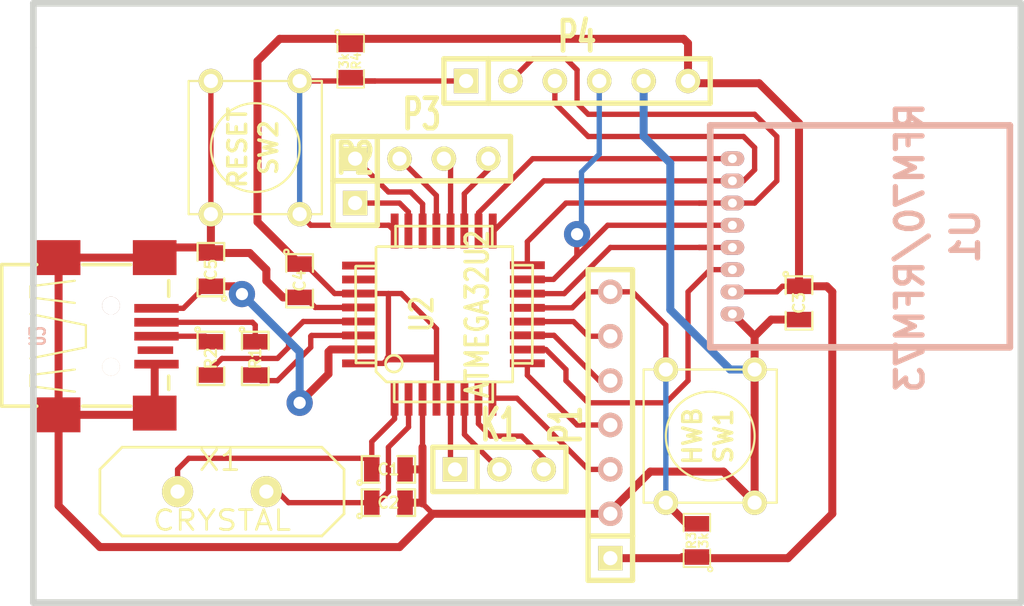
<source format=kicad_pcb>
(kicad_pcb (version 3) (host pcbnew "(2013-jul-07)-stable")

  (general
    (links 66)
    (no_connects 0)
    (area 67.053459 42.989499 125.920501 77.660501)
    (thickness 1.6002)
    (drawings 6)
    (tracks 243)
    (zones 0)
    (modules 20)
    (nets 30)
  )

  (page A4)
  (layers
    (15 Gorna signal)
    (0 Dolna signal)
    (16 B.Adhes user)
    (17 F.Adhes user)
    (18 B.Paste user)
    (19 F.Paste user)
    (20 B.SilkS user)
    (21 F.SilkS user)
    (22 B.Mask user)
    (23 F.Mask user)
    (24 Dwgs.User user)
    (25 Cmts.User user)
    (26 Eco1.User user)
    (27 Eco2.User user)
    (28 Edge.Cuts user)
  )

  (setup
    (last_trace_width 0.2032)
    (user_trace_width 0.3048)
    (user_trace_width 0.4572)
    (user_trace_width 0.50038)
    (trace_clearance 0.254)
    (zone_clearance 0.508)
    (zone_45_only no)
    (trace_min 0.2032)
    (segment_width 0.381)
    (edge_width 0.381)
    (via_size 0.889)
    (via_drill 0.635)
    (via_min_size 0.889)
    (via_min_drill 0.508)
    (user_via 1.50114 0.70104)
    (uvia_size 0.508)
    (uvia_drill 0.127)
    (uvias_allowed no)
    (uvia_min_size 0.508)
    (uvia_min_drill 0.127)
    (pcb_text_width 0.3048)
    (pcb_text_size 1.524 2.032)
    (mod_edge_width 0.381)
    (mod_text_size 1.524 1.524)
    (mod_text_width 0.3048)
    (pad_size 1.524 1.524)
    (pad_drill 0.8128)
    (pad_to_mask_clearance 0.254)
    (aux_axis_origin 0 0)
    (visible_elements 7FFFFFFF)
    (pcbplotparams
      (layerselection 3178497)
      (usegerberextensions true)
      (excludeedgelayer true)
      (linewidth 0.150000)
      (plotframeref false)
      (viasonmask false)
      (mode 1)
      (useauxorigin false)
      (hpglpennumber 1)
      (hpglpenspeed 20)
      (hpglpendiameter 15)
      (hpglpenoverlay 0)
      (psnegative false)
      (psa4output false)
      (plotreference true)
      (plotvalue true)
      (plotothertext true)
      (plotinvisibletext false)
      (padsonsilk false)
      (subtractmaskfromsilk false)
      (outputformat 1)
      (mirror false)
      (drillshape 1)
      (scaleselection 1)
      (outputdirectory ""))
  )

  (net 0 "")
  (net 1 /MISO)
  (net 2 /MOSI)
  (net 3 /RESET)
  (net 4 /SCLK)
  (net 5 /VCC)
  (net 6 GND)
  (net 7 N-0000011)
  (net 8 N-0000012)
  (net 9 N-0000015)
  (net 10 N-0000016)
  (net 11 N-0000017)
  (net 12 N-0000018)
  (net 13 N-0000019)
  (net 14 N-000002)
  (net 15 N-0000020)
  (net 16 N-0000021)
  (net 17 N-0000023)
  (net 18 N-0000024)
  (net 19 N-0000025)
  (net 20 N-0000026)
  (net 21 N-0000027)
  (net 22 N-0000028)
  (net 23 N-0000029)
  (net 24 N-000003)
  (net 25 N-0000031)
  (net 26 N-000004)
  (net 27 N-000007)
  (net 28 N-000008)
  (net 29 N-000009)

  (net_class Default "To jest domyślna klasa połączeń."
    (clearance 0.254)
    (trace_width 0.2032)
    (via_dia 0.889)
    (via_drill 0.635)
    (uvia_dia 0.508)
    (uvia_drill 0.127)
    (add_net "")
    (add_net /MISO)
    (add_net /MOSI)
    (add_net /RESET)
    (add_net /SCLK)
    (add_net /VCC)
    (add_net GND)
    (add_net N-0000011)
    (add_net N-0000012)
    (add_net N-0000015)
    (add_net N-0000016)
    (add_net N-0000017)
    (add_net N-0000018)
    (add_net N-0000019)
    (add_net N-000002)
    (add_net N-0000020)
    (add_net N-0000021)
    (add_net N-0000023)
    (add_net N-0000024)
    (add_net N-0000025)
    (add_net N-0000026)
    (add_net N-0000027)
    (add_net N-0000028)
    (add_net N-0000029)
    (add_net N-000003)
    (add_net N-0000031)
    (add_net N-000004)
    (add_net N-000007)
    (add_net N-000008)
    (add_net N-000009)
  )

  (net_class s1 ""
    (clearance 0.254)
    (trace_width 0.50038)
    (via_dia 0.889)
    (via_drill 0.635)
    (uvia_dia 0.508)
    (uvia_drill 0.127)
  )

  (module TQFP32   placed (layer Gorna) (tedit 43A670DA) (tstamp 52595988)
    (at 92.71 60.96 90)
    (path /4CC88C50)
    (fp_text reference U2 (at 0 -1.27 90) (layer F.SilkS)
      (effects (font (size 1.27 1.016) (thickness 0.2032)))
    )
    (fp_text value ATMEGA32U2 (at 0 1.905 90) (layer F.SilkS)
      (effects (font (size 1.27 1.016) (thickness 0.2032)))
    )
    (fp_line (start 5.0292 2.7686) (end 3.8862 2.7686) (layer F.SilkS) (width 0.1524))
    (fp_line (start 5.0292 -2.7686) (end 3.9116 -2.7686) (layer F.SilkS) (width 0.1524))
    (fp_line (start 5.0292 2.7686) (end 5.0292 -2.7686) (layer F.SilkS) (width 0.1524))
    (fp_line (start 2.794 3.9624) (end 2.794 5.0546) (layer F.SilkS) (width 0.1524))
    (fp_line (start -2.8194 3.9878) (end -2.8194 5.0546) (layer F.SilkS) (width 0.1524))
    (fp_line (start -2.8448 5.0546) (end 2.794 5.08) (layer F.SilkS) (width 0.1524))
    (fp_line (start -2.794 -5.0292) (end 2.7178 -5.0546) (layer F.SilkS) (width 0.1524))
    (fp_line (start -3.8862 -3.2766) (end -3.8862 3.9116) (layer F.SilkS) (width 0.1524))
    (fp_line (start 2.7432 -5.0292) (end 2.7432 -3.9878) (layer F.SilkS) (width 0.1524))
    (fp_line (start -3.2512 -3.8862) (end 3.81 -3.8862) (layer F.SilkS) (width 0.1524))
    (fp_line (start 3.8608 3.937) (end 3.8608 -3.7846) (layer F.SilkS) (width 0.1524))
    (fp_line (start -3.8862 3.937) (end 3.7338 3.937) (layer F.SilkS) (width 0.1524))
    (fp_line (start -5.0292 -2.8448) (end -5.0292 2.794) (layer F.SilkS) (width 0.1524))
    (fp_line (start -5.0292 2.794) (end -3.8862 2.794) (layer F.SilkS) (width 0.1524))
    (fp_line (start -3.87604 -3.302) (end -3.29184 -3.8862) (layer F.SilkS) (width 0.1524))
    (fp_line (start -5.02412 -2.8448) (end -3.87604 -2.8448) (layer F.SilkS) (width 0.1524))
    (fp_line (start -2.794 -3.8862) (end -2.794 -5.03428) (layer F.SilkS) (width 0.1524))
    (fp_circle (center -2.83972 -2.86004) (end -2.43332 -2.60604) (layer F.SilkS) (width 0.1524))
    (pad 8 smd rect (at -4.81584 2.77622 90) (size 1.99898 0.44958)
      (layers Gorna F.Paste F.Mask)
      (net 14 N-000002)
    )
    (pad 7 smd rect (at -4.81584 1.97612 90) (size 1.99898 0.44958)
      (layers Gorna F.Paste F.Mask)
      (net 20 N-0000026)
    )
    (pad 6 smd rect (at -4.81584 1.17602 90) (size 1.99898 0.44958)
      (layers Gorna F.Paste F.Mask)
      (net 19 N-0000025)
    )
    (pad 5 smd rect (at -4.81584 0.37592 90) (size 1.99898 0.44958)
      (layers Gorna F.Paste F.Mask)
      (net 18 N-0000024)
    )
    (pad 4 smd rect (at -4.81584 -0.42418 90) (size 1.99898 0.44958)
      (layers Gorna F.Paste F.Mask)
      (net 5 /VCC)
    )
    (pad 3 smd rect (at -4.81584 -1.22428 90) (size 1.99898 0.44958)
      (layers Gorna F.Paste F.Mask)
      (net 6 GND)
    )
    (pad 2 smd rect (at -4.81584 -2.02438 90) (size 1.99898 0.44958)
      (layers Gorna F.Paste F.Mask)
      (net 23 N-0000029)
    )
    (pad 1 smd rect (at -4.81584 -2.82448 90) (size 1.99898 0.44958)
      (layers Gorna F.Paste F.Mask)
      (net 17 N-0000023)
    )
    (pad 24 smd rect (at 4.7498 -2.8194 90) (size 1.99898 0.44958)
      (layers Gorna F.Paste F.Mask)
      (net 3 /RESET)
    )
    (pad 17 smd rect (at 4.7498 2.794 90) (size 1.99898 0.44958)
      (layers Gorna F.Paste F.Mask)
      (net 1 /MISO)
    )
    (pad 18 smd rect (at 4.7498 1.9812 90) (size 1.99898 0.44958)
      (layers Gorna F.Paste F.Mask)
      (net 27 N-000007)
    )
    (pad 19 smd rect (at 4.7498 1.1684 90) (size 1.99898 0.44958)
      (layers Gorna F.Paste F.Mask)
      (net 10 N-0000016)
    )
    (pad 20 smd rect (at 4.7498 0.381 90) (size 1.99898 0.44958)
      (layers Gorna F.Paste F.Mask)
      (net 22 N-0000028)
    )
    (pad 21 smd rect (at 4.7498 -0.4318 90) (size 1.99898 0.44958)
      (layers Gorna F.Paste F.Mask)
      (net 28 N-000008)
    )
    (pad 22 smd rect (at 4.7498 -1.2192 90) (size 1.99898 0.44958)
      (layers Gorna F.Paste F.Mask)
      (net 29 N-000009)
    )
    (pad 23 smd rect (at 4.7498 -2.032 90) (size 1.99898 0.44958)
      (layers Gorna F.Paste F.Mask)
      (net 7 N-0000011)
    )
    (pad 32 smd rect (at -2.82448 -4.826 90) (size 0.44958 1.99898)
      (layers Gorna F.Paste F.Mask)
      (net 5 /VCC)
    )
    (pad 31 smd rect (at -2.02692 -4.826 90) (size 0.44958 1.99898)
      (layers Gorna F.Paste F.Mask)
      (net 12 N-0000018)
    )
    (pad 30 smd rect (at -1.22428 -4.826 90) (size 0.44958 1.99898)
      (layers Gorna F.Paste F.Mask)
      (net 13 N-0000019)
    )
    (pad 29 smd rect (at -0.42672 -4.826 90) (size 0.44958 1.99898)
      (layers Gorna F.Paste F.Mask)
      (net 11 N-0000017)
    )
    (pad 28 smd rect (at 0.37592 -4.826 90) (size 0.44958 1.99898)
      (layers Gorna F.Paste F.Mask)
      (net 6 GND)
    )
    (pad 27 smd rect (at 1.17348 -4.826 90) (size 0.44958 1.99898)
      (layers Gorna F.Paste F.Mask)
      (net 5 /VCC)
    )
    (pad 26 smd rect (at 1.97612 -4.826 90) (size 0.44958 1.99898)
      (layers Gorna F.Paste F.Mask)
    )
    (pad 25 smd rect (at 2.77368 -4.826 90) (size 0.44958 1.99898)
      (layers Gorna F.Paste F.Mask)
    )
    (pad 9 smd rect (at -2.8194 4.7752 90) (size 0.44958 1.99898)
      (layers Gorna F.Paste F.Mask)
      (net 24 N-000003)
    )
    (pad 10 smd rect (at -2.032 4.7752 90) (size 0.44958 1.99898)
      (layers Gorna F.Paste F.Mask)
      (net 21 N-0000027)
    )
    (pad 11 smd rect (at -1.2192 4.7752 90) (size 0.44958 1.99898)
      (layers Gorna F.Paste F.Mask)
      (net 9 N-0000015)
    )
    (pad 12 smd rect (at -0.4318 4.7752 90) (size 0.44958 1.99898)
      (layers Gorna F.Paste F.Mask)
      (net 26 N-000004)
    )
    (pad 13 smd rect (at 0.3556 4.7752 90) (size 0.44958 1.99898)
      (layers Gorna F.Paste F.Mask)
      (net 25 N-0000031)
    )
    (pad 14 smd rect (at 1.1684 4.7752 90) (size 0.44958 1.99898)
      (layers Gorna F.Paste F.Mask)
      (net 8 N-0000012)
    )
    (pad 15 smd rect (at 1.9812 4.7752 90) (size 0.44958 1.99898)
      (layers Gorna F.Paste F.Mask)
      (net 4 /SCLK)
    )
    (pad 16 smd rect (at 2.794 4.7752 90) (size 0.44958 1.99898)
      (layers Gorna F.Paste F.Mask)
      (net 2 /MOSI)
    )
    (model smd/tqfp32.wrl
      (at (xyz 0 0 0))
      (scale (xyz 1 1 1))
      (rotate (xyz 0 0 0))
    )
  )

  (module SW_PUSH_SMALL   placed (layer Gorna) (tedit 46544DB3) (tstamp 52595989)
    (at 107.95 67.945 270)
    (path /52594FF2)
    (fp_text reference SW1 (at 0 -0.762 270) (layer F.SilkS)
      (effects (font (size 1.016 1.016) (thickness 0.2032)))
    )
    (fp_text value HWB (at 0 1.016 270) (layer F.SilkS)
      (effects (font (size 1.016 1.016) (thickness 0.2032)))
    )
    (fp_circle (center 0 0) (end 0 -2.54) (layer F.SilkS) (width 0.127))
    (fp_line (start -3.81 -3.81) (end 3.81 -3.81) (layer F.SilkS) (width 0.127))
    (fp_line (start 3.81 -3.81) (end 3.81 3.81) (layer F.SilkS) (width 0.127))
    (fp_line (start 3.81 3.81) (end -3.81 3.81) (layer F.SilkS) (width 0.127))
    (fp_line (start -3.81 -3.81) (end -3.81 3.81) (layer F.SilkS) (width 0.127))
    (pad 1 thru_hole circle (at 3.81 -2.54 270) (size 1.397 1.397) (drill 0.8128)
      (layers *.Cu *.Mask F.SilkS)
      (net 6 GND)
    )
    (pad 2 thru_hole circle (at 3.81 2.54 270) (size 1.397 1.397) (drill 0.8128)
      (layers *.Cu *.Mask F.SilkS)
      (net 25 N-0000031)
    )
    (pad 1 thru_hole circle (at -3.81 -2.54 270) (size 1.397 1.397) (drill 0.8128)
      (layers *.Cu *.Mask F.SilkS)
      (net 6 GND)
    )
    (pad 2 thru_hole circle (at -3.81 2.54 270) (size 1.397 1.397) (drill 0.8128)
      (layers *.Cu *.Mask F.SilkS)
      (net 25 N-0000031)
    )
  )

  (module SW_PUSH_SMALL   placed (layer Gorna) (tedit 46544DB3) (tstamp 5259598B)
    (at 81.915 51.435 270)
    (path /52595040)
    (fp_text reference SW2 (at 0 -0.762 270) (layer F.SilkS)
      (effects (font (size 1.016 1.016) (thickness 0.2032)))
    )
    (fp_text value RESET (at 0 1.016 270) (layer F.SilkS)
      (effects (font (size 1.016 1.016) (thickness 0.2032)))
    )
    (fp_circle (center 0 0) (end 0 -2.54) (layer F.SilkS) (width 0.127))
    (fp_line (start -3.81 -3.81) (end 3.81 -3.81) (layer F.SilkS) (width 0.127))
    (fp_line (start 3.81 -3.81) (end 3.81 3.81) (layer F.SilkS) (width 0.127))
    (fp_line (start 3.81 3.81) (end -3.81 3.81) (layer F.SilkS) (width 0.127))
    (fp_line (start -3.81 -3.81) (end -3.81 3.81) (layer F.SilkS) (width 0.127))
    (pad 1 thru_hole circle (at 3.81 -2.54 270) (size 1.397 1.397) (drill 0.8128)
      (layers *.Cu *.Mask F.SilkS)
      (net 3 /RESET)
    )
    (pad 2 thru_hole circle (at 3.81 2.54 270) (size 1.397 1.397) (drill 0.8128)
      (layers *.Cu *.Mask F.SilkS)
      (net 6 GND)
    )
    (pad 1 thru_hole circle (at -3.81 -2.54 270) (size 1.397 1.397) (drill 0.8128)
      (layers *.Cu *.Mask F.SilkS)
      (net 3 /RESET)
    )
    (pad 2 thru_hole circle (at -3.81 2.54 270) (size 1.397 1.397) (drill 0.8128)
      (layers *.Cu *.Mask F.SilkS)
      (net 6 GND)
    )
  )

  (module SM0805   placed (layer Gorna) (tedit 42806E04) (tstamp 5259598C)
    (at 89.535 69.85)
    (path /4CD7B95E)
    (attr smd)
    (fp_text reference C1 (at 0 0) (layer F.SilkS)
      (effects (font (size 0.635 0.635) (thickness 0.127)))
    )
    (fp_text value 22pF (at 0 0) (layer F.SilkS) hide
      (effects (font (size 0.635 0.635) (thickness 0.127)))
    )
    (fp_circle (center -1.651 0.762) (end -1.651 0.635) (layer F.SilkS) (width 0.127))
    (fp_line (start -0.508 0.762) (end -1.524 0.762) (layer F.SilkS) (width 0.127))
    (fp_line (start -1.524 0.762) (end -1.524 -0.762) (layer F.SilkS) (width 0.127))
    (fp_line (start -1.524 -0.762) (end -0.508 -0.762) (layer F.SilkS) (width 0.127))
    (fp_line (start 0.508 -0.762) (end 1.524 -0.762) (layer F.SilkS) (width 0.127))
    (fp_line (start 1.524 -0.762) (end 1.524 0.762) (layer F.SilkS) (width 0.127))
    (fp_line (start 1.524 0.762) (end 0.508 0.762) (layer F.SilkS) (width 0.127))
    (pad 1 smd rect (at -0.9525 0) (size 0.889 1.397)
      (layers Gorna F.Paste F.Mask)
      (net 17 N-0000023)
    )
    (pad 2 smd rect (at 0.9525 0) (size 0.889 1.397)
      (layers Gorna F.Paste F.Mask)
      (net 6 GND)
    )
    (model smd/chip_cms.wrl
      (at (xyz 0 0 0))
      (scale (xyz 0.1 0.1 0.1))
      (rotate (xyz 0 0 0))
    )
  )

  (module SM0805   placed (layer Gorna) (tedit 42806E04) (tstamp 5259598E)
    (at 89.535 71.755)
    (path /4CD7B964)
    (attr smd)
    (fp_text reference C2 (at 0 0) (layer F.SilkS)
      (effects (font (size 0.635 0.635) (thickness 0.127)))
    )
    (fp_text value 22pF (at 0 0) (layer F.SilkS) hide
      (effects (font (size 0.635 0.635) (thickness 0.127)))
    )
    (fp_circle (center -1.651 0.762) (end -1.651 0.635) (layer F.SilkS) (width 0.127))
    (fp_line (start -0.508 0.762) (end -1.524 0.762) (layer F.SilkS) (width 0.127))
    (fp_line (start -1.524 0.762) (end -1.524 -0.762) (layer F.SilkS) (width 0.127))
    (fp_line (start -1.524 -0.762) (end -0.508 -0.762) (layer F.SilkS) (width 0.127))
    (fp_line (start 0.508 -0.762) (end 1.524 -0.762) (layer F.SilkS) (width 0.127))
    (fp_line (start 1.524 -0.762) (end 1.524 0.762) (layer F.SilkS) (width 0.127))
    (fp_line (start 1.524 0.762) (end 0.508 0.762) (layer F.SilkS) (width 0.127))
    (pad 1 smd rect (at -0.9525 0) (size 0.889 1.397)
      (layers Gorna F.Paste F.Mask)
      (net 23 N-0000029)
    )
    (pad 2 smd rect (at 0.9525 0) (size 0.889 1.397)
      (layers Gorna F.Paste F.Mask)
      (net 6 GND)
    )
    (model smd/chip_cms.wrl
      (at (xyz 0 0 0))
      (scale (xyz 0.1 0.1 0.1))
      (rotate (xyz 0 0 0))
    )
  )

  (module SM0805   placed (layer Gorna) (tedit 42806E04) (tstamp 52595990)
    (at 113.03 60.325 270)
    (path /52595538)
    (attr smd)
    (fp_text reference C3 (at 0 0 270) (layer F.SilkS)
      (effects (font (size 0.635 0.635) (thickness 0.127)))
    )
    (fp_text value 1uF (at 0 0 270) (layer F.SilkS) hide
      (effects (font (size 0.635 0.635) (thickness 0.127)))
    )
    (fp_circle (center -1.651 0.762) (end -1.651 0.635) (layer F.SilkS) (width 0.127))
    (fp_line (start -0.508 0.762) (end -1.524 0.762) (layer F.SilkS) (width 0.127))
    (fp_line (start -1.524 0.762) (end -1.524 -0.762) (layer F.SilkS) (width 0.127))
    (fp_line (start -1.524 -0.762) (end -0.508 -0.762) (layer F.SilkS) (width 0.127))
    (fp_line (start 0.508 -0.762) (end 1.524 -0.762) (layer F.SilkS) (width 0.127))
    (fp_line (start 1.524 -0.762) (end 1.524 0.762) (layer F.SilkS) (width 0.127))
    (fp_line (start 1.524 0.762) (end 0.508 0.762) (layer F.SilkS) (width 0.127))
    (pad 1 smd rect (at -0.9525 0 270) (size 0.889 1.397)
      (layers Gorna F.Paste F.Mask)
      (net 5 /VCC)
    )
    (pad 2 smd rect (at 0.9525 0 270) (size 0.889 1.397)
      (layers Gorna F.Paste F.Mask)
      (net 6 GND)
    )
    (model smd/chip_cms.wrl
      (at (xyz 0 0 0))
      (scale (xyz 0.1 0.1 0.1))
      (rotate (xyz 0 0 0))
    )
  )

  (module SM0805   placed (layer Gorna) (tedit 42806E04) (tstamp 52595992)
    (at 84.455 59.055 270)
    (path /5259552D)
    (attr smd)
    (fp_text reference C4 (at 0 0 270) (layer F.SilkS)
      (effects (font (size 0.635 0.635) (thickness 0.127)))
    )
    (fp_text value 1uF (at 0 0 270) (layer F.SilkS) hide
      (effects (font (size 0.635 0.635) (thickness 0.127)))
    )
    (fp_circle (center -1.651 0.762) (end -1.651 0.635) (layer F.SilkS) (width 0.127))
    (fp_line (start -0.508 0.762) (end -1.524 0.762) (layer F.SilkS) (width 0.127))
    (fp_line (start -1.524 0.762) (end -1.524 -0.762) (layer F.SilkS) (width 0.127))
    (fp_line (start -1.524 -0.762) (end -0.508 -0.762) (layer F.SilkS) (width 0.127))
    (fp_line (start 0.508 -0.762) (end 1.524 -0.762) (layer F.SilkS) (width 0.127))
    (fp_line (start 1.524 -0.762) (end 1.524 0.762) (layer F.SilkS) (width 0.127))
    (fp_line (start 1.524 0.762) (end 0.508 0.762) (layer F.SilkS) (width 0.127))
    (pad 1 smd rect (at -0.9525 0 270) (size 0.889 1.397)
      (layers Gorna F.Paste F.Mask)
      (net 5 /VCC)
    )
    (pad 2 smd rect (at 0.9525 0 270) (size 0.889 1.397)
      (layers Gorna F.Paste F.Mask)
      (net 6 GND)
    )
    (model smd/chip_cms.wrl
      (at (xyz 0 0 0))
      (scale (xyz 0.1 0.1 0.1))
      (rotate (xyz 0 0 0))
    )
  )

  (module SM0805   placed (layer Gorna) (tedit 42806E04) (tstamp 52595994)
    (at 79.375 58.42 90)
    (path /4CD71B19)
    (attr smd)
    (fp_text reference C5 (at 0 0 90) (layer F.SilkS)
      (effects (font (size 0.635 0.635) (thickness 0.127)))
    )
    (fp_text value 1uF (at 0 0 90) (layer F.SilkS) hide
      (effects (font (size 0.635 0.635) (thickness 0.127)))
    )
    (fp_circle (center -1.651 0.762) (end -1.651 0.635) (layer F.SilkS) (width 0.127))
    (fp_line (start -0.508 0.762) (end -1.524 0.762) (layer F.SilkS) (width 0.127))
    (fp_line (start -1.524 0.762) (end -1.524 -0.762) (layer F.SilkS) (width 0.127))
    (fp_line (start -1.524 -0.762) (end -0.508 -0.762) (layer F.SilkS) (width 0.127))
    (fp_line (start 0.508 -0.762) (end 1.524 -0.762) (layer F.SilkS) (width 0.127))
    (fp_line (start 1.524 -0.762) (end 1.524 0.762) (layer F.SilkS) (width 0.127))
    (fp_line (start 1.524 0.762) (end 0.508 0.762) (layer F.SilkS) (width 0.127))
    (pad 1 smd rect (at -0.9525 0 90) (size 0.889 1.397)
      (layers Gorna F.Paste F.Mask)
      (net 12 N-0000018)
    )
    (pad 2 smd rect (at 0.9525 0 90) (size 0.889 1.397)
      (layers Gorna F.Paste F.Mask)
      (net 6 GND)
    )
    (model smd/chip_cms.wrl
      (at (xyz 0 0 0))
      (scale (xyz 0.1 0.1 0.1))
      (rotate (xyz 0 0 0))
    )
  )

  (module SM0805   placed (layer Gorna) (tedit 42806E04) (tstamp 52595996)
    (at 81.915 63.5 270)
    (path /4CD402E1)
    (attr smd)
    (fp_text reference R1 (at 0 0 270) (layer F.SilkS)
      (effects (font (size 0.635 0.635) (thickness 0.127)))
    )
    (fp_text value 22 (at 0 0 270) (layer F.SilkS) hide
      (effects (font (size 0.635 0.635) (thickness 0.127)))
    )
    (fp_circle (center -1.651 0.762) (end -1.651 0.635) (layer F.SilkS) (width 0.127))
    (fp_line (start -0.508 0.762) (end -1.524 0.762) (layer F.SilkS) (width 0.127))
    (fp_line (start -1.524 0.762) (end -1.524 -0.762) (layer F.SilkS) (width 0.127))
    (fp_line (start -1.524 -0.762) (end -0.508 -0.762) (layer F.SilkS) (width 0.127))
    (fp_line (start 0.508 -0.762) (end 1.524 -0.762) (layer F.SilkS) (width 0.127))
    (fp_line (start 1.524 -0.762) (end 1.524 0.762) (layer F.SilkS) (width 0.127))
    (fp_line (start 1.524 0.762) (end 0.508 0.762) (layer F.SilkS) (width 0.127))
    (pad 1 smd rect (at -0.9525 0 270) (size 0.889 1.397)
      (layers Gorna F.Paste F.Mask)
      (net 16 N-0000021)
    )
    (pad 2 smd rect (at 0.9525 0 270) (size 0.889 1.397)
      (layers Gorna F.Paste F.Mask)
      (net 13 N-0000019)
    )
    (model smd/chip_cms.wrl
      (at (xyz 0 0 0))
      (scale (xyz 0.1 0.1 0.1))
      (rotate (xyz 0 0 0))
    )
  )

  (module SM0805   placed (layer Gorna) (tedit 42806E04) (tstamp 52595998)
    (at 79.375 63.5 270)
    (path /4CD402DD)
    (attr smd)
    (fp_text reference R2 (at 0 0 270) (layer F.SilkS)
      (effects (font (size 0.635 0.635) (thickness 0.127)))
    )
    (fp_text value 22 (at 0 0 270) (layer F.SilkS) hide
      (effects (font (size 0.635 0.635) (thickness 0.127)))
    )
    (fp_circle (center -1.651 0.762) (end -1.651 0.635) (layer F.SilkS) (width 0.127))
    (fp_line (start -0.508 0.762) (end -1.524 0.762) (layer F.SilkS) (width 0.127))
    (fp_line (start -1.524 0.762) (end -1.524 -0.762) (layer F.SilkS) (width 0.127))
    (fp_line (start -1.524 -0.762) (end -0.508 -0.762) (layer F.SilkS) (width 0.127))
    (fp_line (start 0.508 -0.762) (end 1.524 -0.762) (layer F.SilkS) (width 0.127))
    (fp_line (start 1.524 -0.762) (end 1.524 0.762) (layer F.SilkS) (width 0.127))
    (fp_line (start 1.524 0.762) (end 0.508 0.762) (layer F.SilkS) (width 0.127))
    (pad 1 smd rect (at -0.9525 0 270) (size 0.889 1.397)
      (layers Gorna F.Paste F.Mask)
      (net 15 N-0000020)
    )
    (pad 2 smd rect (at 0.9525 0 270) (size 0.889 1.397)
      (layers Gorna F.Paste F.Mask)
      (net 11 N-0000017)
    )
    (model smd/chip_cms.wrl
      (at (xyz 0 0 0))
      (scale (xyz 0.1 0.1 0.1))
      (rotate (xyz 0 0 0))
    )
  )

  (module SIL-7   placed (layer Gorna) (tedit 200000) (tstamp 52595999)
    (at 102.235 67.31 90)
    (descr "Connecteur 7 pins")
    (tags "CONN DEV")
    (path /52594EA6)
    (fp_text reference P1 (at 0 -2.54 90) (layer F.SilkS)
      (effects (font (size 1.72974 1.08712) (thickness 0.27178)))
    )
    (fp_text value CONN_7 (at 0 -2.54 90) (layer F.SilkS) hide
      (effects (font (size 1.524 1.016) (thickness 0.254)))
    )
    (fp_line (start -8.89 -1.27) (end -8.89 -1.27) (layer F.SilkS) (width 0.3048))
    (fp_line (start -8.89 -1.27) (end 8.89 -1.27) (layer F.SilkS) (width 0.3048))
    (fp_line (start 8.89 -1.27) (end 8.89 1.27) (layer F.SilkS) (width 0.3048))
    (fp_line (start 8.89 1.27) (end -8.89 1.27) (layer F.SilkS) (width 0.3048))
    (fp_line (start -8.89 1.27) (end -8.89 -1.27) (layer F.SilkS) (width 0.3048))
    (fp_line (start -6.35 1.27) (end -6.35 1.27) (layer F.SilkS) (width 0.3048))
    (fp_line (start -6.35 1.27) (end -6.35 -1.27) (layer F.SilkS) (width 0.3048))
    (pad 1 thru_hole rect (at -7.62 0 90) (size 1.397 1.397) (drill 0.8128)
      (layers *.Cu *.Mask F.SilkS)
      (net 5 /VCC)
    )
    (pad 2 thru_hole circle (at -5.08 0 90) (size 1.397 1.397) (drill 0.8128)
      (layers *.Cu *.SilkS *.Mask)
      (net 6 GND)
    )
    (pad 3 thru_hole circle (at -2.54 0 90) (size 1.397 1.397) (drill 0.8128)
      (layers *.Cu *.SilkS *.Mask)
      (net 14 N-000002)
    )
    (pad 4 thru_hole circle (at 0 0 90) (size 1.397 1.397) (drill 0.8128)
      (layers *.Cu *.SilkS *.Mask)
      (net 24 N-000003)
    )
    (pad 5 thru_hole circle (at 2.54 0 90) (size 1.397 1.397) (drill 0.8128)
      (layers *.Cu *.SilkS *.Mask)
      (net 9 N-0000015)
    )
    (pad 6 thru_hole circle (at 5.08 0 90) (size 1.397 1.397) (drill 0.8128)
      (layers *.Cu *.SilkS *.Mask)
      (net 26 N-000004)
    )
    (pad 7 thru_hole circle (at 7.62 0 90) (size 1.397 1.397) (drill 0.8128)
      (layers *.Cu *.SilkS *.Mask)
      (net 25 N-0000031)
    )
  )

  (module HC-18UV   placed (layer Gorna) (tedit 42899E71) (tstamp 5259D48C)
    (at 80.01 71.12)
    (descr "Quartz boitier HC-18U vertical")
    (tags "QUARTZ DEV")
    (path /4CD7B991)
    (autoplace_cost180 10)
    (fp_text reference X1 (at -0.127 -1.778) (layer F.SilkS)
      (effects (font (size 1.143 1.27) (thickness 0.1524)))
    )
    (fp_text value CRYSTAL (at 0 1.651) (layer F.SilkS)
      (effects (font (size 1.143 1.27) (thickness 0.1524)))
    )
    (fp_line (start -6.985 -1.27) (end -5.715 -2.54) (layer F.SilkS) (width 0.1524))
    (fp_line (start 5.715 -2.54) (end 6.985 -1.27) (layer F.SilkS) (width 0.1524))
    (fp_line (start 6.985 1.27) (end 5.715 2.54) (layer F.SilkS) (width 0.1524))
    (fp_line (start -6.985 1.27) (end -5.715 2.54) (layer F.SilkS) (width 0.1524))
    (fp_line (start -5.715 -2.54) (end 5.715 -2.54) (layer F.SilkS) (width 0.1524))
    (fp_line (start -6.985 -1.27) (end -6.985 1.27) (layer F.SilkS) (width 0.1524))
    (fp_line (start -5.715 2.54) (end 5.715 2.54) (layer F.SilkS) (width 0.1524))
    (fp_line (start 6.985 1.27) (end 6.985 -1.27) (layer F.SilkS) (width 0.1524))
    (pad 1 thru_hole circle (at -2.54 0) (size 1.778 1.778) (drill 0.8128)
      (layers *.Cu *.Mask F.SilkS)
      (net 17 N-0000023)
    )
    (pad 2 thru_hole circle (at 2.54 0) (size 1.778 1.778) (drill 0.8128)
      (layers *.Cu *.Mask F.SilkS)
      (net 23 N-0000029)
    )
    (model discret/crystal_hc18u_vertical.wrl
      (at (xyz 0 0 0))
      (scale (xyz 1 1 1))
      (rotate (xyz 0 0 0))
    )
  )

  (module RFM70   placed (layer Dolna) (tedit 4D4C7606) (tstamp 525959BF)
    (at 109.22 56.515 90)
    (descr http://www.hoperf.com/rf_fsk/rfm70.htm)
    (path /52594C22)
    (fp_text reference U1 (at 0 13.335 90) (layer B.SilkS)
      (effects (font (size 1.524 1.524) (thickness 0.3048)) (justify mirror))
    )
    (fp_text value RFM70/RFM73 (at -0.635 10.16 90) (layer B.SilkS)
      (effects (font (size 1.524 1.524) (thickness 0.3048)) (justify mirror))
    )
    (fp_line (start -6.35 -1.27) (end 6.35 -1.27) (layer B.SilkS) (width 0.381))
    (fp_line (start 6.35 -1.27) (end 6.35 15.875) (layer B.SilkS) (width 0.381))
    (fp_line (start 6.35 15.875) (end -6.35 15.875) (layer B.SilkS) (width 0.381))
    (fp_line (start -6.35 15.875) (end -6.35 -1.27) (layer B.SilkS) (width 0.381))
    (pad 1 thru_hole oval (at 4.445 0 90) (size 0.8382 1.3462) (drill 0.508)
      (layers *.Cu *.Mask B.SilkS)
      (net 27 N-000007)
    )
    (pad 2 thru_hole oval (at 3.175 0 90) (size 0.8382 1.3462) (drill 0.508)
      (layers *.Cu *.Mask B.SilkS)
      (net 1 /MISO)
    )
    (pad 3 thru_hole oval (at 1.905 0 90) (size 0.8382 1.3462) (drill 0.508)
      (layers *.Cu *.Mask B.SilkS)
      (net 2 /MOSI)
    )
    (pad 4 thru_hole oval (at 0.635 0 90) (size 0.8382 1.3462) (drill 0.508)
      (layers *.Cu *.Mask B.SilkS)
      (net 4 /SCLK)
    )
    (pad 5 thru_hole oval (at -0.635 0 90) (size 0.8382 1.3462) (drill 0.508)
      (layers *.Cu *.Mask B.SilkS)
      (net 8 N-0000012)
    )
    (pad 6 thru_hole oval (at -1.905 0 90) (size 0.8382 1.3462) (drill 0.508)
      (layers *.Cu *.Mask B.SilkS)
      (net 21 N-0000027)
    )
    (pad 7 thru_hole oval (at -3.175 0 90) (size 0.8382 1.3462) (drill 0.508)
      (layers *.Cu *.Mask B.SilkS)
      (net 5 /VCC)
    )
    (pad 8 thru_hole oval (at -4.445 0 90) (size 0.8382 1.3462) (drill 0.508)
      (layers *.Cu *.Mask B.SilkS)
      (net 6 GND)
    )
    (model RFM70.wrl
      (at (xyz 0 0 0))
      (scale (xyz 1 1 1))
      (rotate (xyz 0 0 0))
    )
  )

  (module CONN_USB2_MiniB_SMT   placed (layer Gorna) (tedit 4A5045C1) (tstamp 525959C0)
    (at 73.66 62.23)
    (descr "USB SERIES MINI-B SURFACE MOUNTED")
    (tags "USB SERIES MINI-B SURFACE MOUNTED")
    (path /4CD3FD55)
    (attr smd)
    (fp_text reference U3 (at -4.191 0 90) (layer B.SilkS)
      (effects (font (size 0.8636 0.5588) (thickness 0.1397)))
    )
    (fp_text value USBCONN (at 0 0) (layer F.SilkS) hide
      (effects (font (size 0.127 0.127) (thickness 0.00254)))
    )
    (fp_line (start -6.25094 -4.09956) (end -4.24942 -4.09956) (layer F.SilkS) (width 0.2032))
    (fp_line (start -4.24942 4.0005) (end -6.25094 4.0005) (layer F.SilkS) (width 0.2032))
    (fp_line (start -6.25094 -4.09956) (end -6.25094 4.0005) (layer F.SilkS) (width 0.2032))
    (fp_line (start -1.6256 4.0005) (end 1.12522 4.0005) (layer F.SilkS) (width 0.2032))
    (fp_line (start 1.12522 -4.09956) (end -1.6256 -4.09956) (layer F.SilkS) (width 0.2032))
    (fp_line (start 3.302 2.286) (end 3.302 3.048) (layer F.SilkS) (width 0.2032))
    (fp_line (start 3.302 -3.175) (end 3.302 -2.286) (layer F.SilkS) (width 0.2032))
    (fp_line (start -4.61264 -1.27) (end -1.43764 -0.635) (layer F.SilkS) (width 0.127))
    (fp_line (start -1.43764 -0.635) (end -1.43764 0.635) (layer F.SilkS) (width 0.127))
    (fp_line (start -1.43764 0.635) (end -4.61264 1.27) (layer F.SilkS) (width 0.127))
    (fp_line (start -2.07264 3.175) (end -4.61264 2.8575) (layer F.SilkS) (width 0.127))
    (fp_line (start -4.61264 2.8575) (end -4.61264 2.2225) (layer F.SilkS) (width 0.127))
    (fp_line (start -4.61264 2.2225) (end -2.07264 1.905) (layer F.SilkS) (width 0.127))
    (fp_line (start -2.07264 -3.175) (end -4.61264 -2.8575) (layer F.SilkS) (width 0.127))
    (fp_line (start -4.61264 -2.8575) (end -4.61264 -2.2225) (layer F.SilkS) (width 0.127))
    (fp_line (start -4.61264 -2.2225) (end -2.07264 -1.905) (layer F.SilkS) (width 0.127))
    (pad 3 smd rect (at 2.60096 0) (size 2.54 0.49784)
      (layers Gorna F.Paste F.Mask)
      (net 15 N-0000020)
    )
    (pad 2 smd rect (at 2.60096 -0.79756) (size 2.54 0.49784)
      (layers Gorna F.Paste F.Mask)
      (net 16 N-0000021)
    )
    (pad 4 smd rect (at 2.60096 1.59766) (size 2.54 0.49784)
      (layers Gorna F.Paste F.Mask)
      (net 6 GND)
    )
    (pad 5 smd rect (at -2.99974 -4.49834) (size 2.49936 1.99898)
      (layers Gorna F.Paste F.Mask)
      (net 6 GND)
    )
    (pad 5 smd rect (at 2.49936 -4.49834) (size 2.49936 1.99898)
      (layers Gorna F.Paste F.Mask)
      (net 6 GND)
    )
    (pad 5 smd rect (at -2.99974 4.49834) (size 2.49936 1.99898)
      (layers Gorna F.Paste F.Mask)
      (net 6 GND)
    )
    (pad 5 smd rect (at 2.49936 4.39928) (size 2.49936 1.99898)
      (layers Gorna F.Paste F.Mask)
      (net 6 GND)
    )
    (pad 6 smd rect (at 2.54 0.79756) (size 2.032 0.4318)
      (layers Gorna F.Paste F.Mask)
    )
    (pad 7 thru_hole circle (at 0 -1.75006) (size 1.016 1.016) (drill 1.016)
      (layers *.Cu *.SilkS *.Mask)
    )
    (pad 7 np_thru_hole circle (at 0 1.75006) (size 1.016 1.016) (drill 1.016)
      (layers *.Cu *.SilkS *.Mask)
    )
    (pad 1 smd rect (at 2.60096 -1.59766) (size 2.54 0.49784)
      (layers Gorna F.Paste F.Mask)
      (net 12 N-0000018)
    )
  )

  (module SIL-3 (layer Gorna) (tedit 200000) (tstamp 525963F6)
    (at 95.885 69.85)
    (descr "Connecteur 3 pins")
    (tags "CONN DEV")
    (path /5259628A)
    (fp_text reference K1 (at 0 -2.54) (layer F.SilkS)
      (effects (font (size 1.7907 1.07696) (thickness 0.26924)))
    )
    (fp_text value CONN_3 (at 0 -2.54) (layer F.SilkS) hide
      (effects (font (size 1.524 1.016) (thickness 0.254)))
    )
    (fp_line (start -3.81 1.27) (end -3.81 -1.27) (layer F.SilkS) (width 0.3048))
    (fp_line (start -3.81 -1.27) (end 3.81 -1.27) (layer F.SilkS) (width 0.3048))
    (fp_line (start 3.81 -1.27) (end 3.81 1.27) (layer F.SilkS) (width 0.3048))
    (fp_line (start 3.81 1.27) (end -3.81 1.27) (layer F.SilkS) (width 0.3048))
    (fp_line (start -1.27 -1.27) (end -1.27 1.27) (layer F.SilkS) (width 0.3048))
    (pad 1 thru_hole rect (at -2.54 0) (size 1.397 1.397) (drill 0.8128)
      (layers *.Cu *.Mask F.SilkS)
      (net 18 N-0000024)
    )
    (pad 2 thru_hole circle (at 0 0) (size 1.397 1.397) (drill 0.8128)
      (layers *.Cu *.Mask F.SilkS)
      (net 19 N-0000025)
    )
    (pad 3 thru_hole circle (at 2.54 0) (size 1.397 1.397) (drill 0.8128)
      (layers *.Cu *.Mask F.SilkS)
      (net 20 N-0000026)
    )
  )

  (module SIL-4 (layer Gorna) (tedit 200000) (tstamp 525A86C8)
    (at 91.44 52.07)
    (descr "Connecteur 4 pibs")
    (tags "CONN DEV")
    (path /525A866C)
    (fp_text reference P3 (at 0 -2.54) (layer F.SilkS)
      (effects (font (size 1.73482 1.08712) (thickness 0.27178)))
    )
    (fp_text value CONN_4 (at 0 -2.54) (layer F.SilkS) hide
      (effects (font (size 1.524 1.016) (thickness 0.254)))
    )
    (fp_line (start -5.08 -1.27) (end -5.08 -1.27) (layer F.SilkS) (width 0.3048))
    (fp_line (start -5.08 1.27) (end -5.08 -1.27) (layer F.SilkS) (width 0.3048))
    (fp_line (start -5.08 -1.27) (end -5.08 -1.27) (layer F.SilkS) (width 0.3048))
    (fp_line (start -5.08 -1.27) (end 5.08 -1.27) (layer F.SilkS) (width 0.3048))
    (fp_line (start 5.08 -1.27) (end 5.08 1.27) (layer F.SilkS) (width 0.3048))
    (fp_line (start 5.08 1.27) (end -5.08 1.27) (layer F.SilkS) (width 0.3048))
    (fp_line (start -2.54 1.27) (end -2.54 -1.27) (layer F.SilkS) (width 0.3048))
    (pad 1 thru_hole rect (at -3.81 0) (size 1.397 1.397) (drill 0.8128)
      (layers *.Cu *.Mask F.SilkS)
      (net 29 N-000009)
    )
    (pad 2 thru_hole circle (at -1.27 0) (size 1.397 1.397) (drill 0.8128)
      (layers *.Cu *.Mask F.SilkS)
      (net 28 N-000008)
    )
    (pad 3 thru_hole circle (at 1.27 0) (size 1.397 1.397) (drill 0.8128)
      (layers *.Cu *.Mask F.SilkS)
      (net 22 N-0000028)
    )
    (pad 4 thru_hole circle (at 3.81 0) (size 1.397 1.397) (drill 0.8128)
      (layers *.Cu *.Mask F.SilkS)
      (net 10 N-0000016)
    )
  )

  (module SIL-1 (layer Gorna) (tedit 4C5EAF64) (tstamp 525A86C9)
    (at 87.63 54.61)
    (descr "Connecteurs 1 pin")
    (tags "CONN DEV")
    (path /525A864F)
    (fp_text reference P2 (at 0 -2.54) (layer F.SilkS)
      (effects (font (size 1.72974 1.08712) (thickness 0.27178)))
    )
    (fp_text value CONN_1 (at 0 -2.54) (layer F.SilkS) hide
      (effects (font (size 1.524 1.016) (thickness 0.254)))
    )
    (fp_line (start -1.27 1.27) (end 1.27 1.27) (layer F.SilkS) (width 0.3175))
    (fp_line (start -1.27 -1.27) (end 1.27 -1.27) (layer F.SilkS) (width 0.3175))
    (fp_line (start -1.27 1.27) (end -1.27 -1.27) (layer F.SilkS) (width 0.3048))
    (fp_line (start 1.27 -1.27) (end 1.27 1.27) (layer F.SilkS) (width 0.3048))
    (pad 1 thru_hole rect (at 0 0) (size 1.397 1.397) (drill 0.8128)
      (layers *.Cu *.Mask F.SilkS)
      (net 7 N-0000011)
    )
  )

  (module SIL-6 (layer Gorna) (tedit 200000) (tstamp 525B088B)
    (at 100.33 47.625)
    (descr "Connecteur 6 pins")
    (tags "CONN DEV")
    (path /525B0763)
    (fp_text reference P4 (at 0 -2.54) (layer F.SilkS)
      (effects (font (size 1.72974 1.08712) (thickness 0.27178)))
    )
    (fp_text value CONN_6 (at 0 -2.54) (layer F.SilkS) hide
      (effects (font (size 1.524 1.016) (thickness 0.254)))
    )
    (fp_line (start -7.62 1.27) (end -7.62 -1.27) (layer F.SilkS) (width 0.3048))
    (fp_line (start -7.62 -1.27) (end 7.62 -1.27) (layer F.SilkS) (width 0.3048))
    (fp_line (start 7.62 -1.27) (end 7.62 1.27) (layer F.SilkS) (width 0.3048))
    (fp_line (start 7.62 1.27) (end -7.62 1.27) (layer F.SilkS) (width 0.3048))
    (fp_line (start -5.08 1.27) (end -5.08 -1.27) (layer F.SilkS) (width 0.3048))
    (pad 1 thru_hole rect (at -6.35 0) (size 1.397 1.397) (drill 0.8128)
      (layers *.Cu *.Mask F.SilkS)
      (net 3 /RESET)
    )
    (pad 2 thru_hole circle (at -3.81 0) (size 1.397 1.397) (drill 0.8128)
      (layers *.Cu *.Mask F.SilkS)
      (net 2 /MOSI)
    )
    (pad 3 thru_hole circle (at -1.27 0) (size 1.397 1.397) (drill 0.8128)
      (layers *.Cu *.Mask F.SilkS)
      (net 1 /MISO)
    )
    (pad 4 thru_hole circle (at 1.27 0) (size 1.397 1.397) (drill 0.8128)
      (layers *.Cu *.Mask F.SilkS)
      (net 4 /SCLK)
    )
    (pad 5 thru_hole circle (at 3.81 0) (size 1.397 1.397) (drill 0.8128)
      (layers *.Cu *.Mask F.SilkS)
      (net 6 GND)
    )
    (pad 6 thru_hole circle (at 6.35 0) (size 1.397 1.397) (drill 0.8128)
      (layers *.Cu *.Mask F.SilkS)
      (net 5 /VCC)
    )
  )

  (module SM0805 (layer Gorna) (tedit 5091495C) (tstamp 52A1150C)
    (at 107.188 73.914 90)
    (path /52A114BD)
    (attr smd)
    (fp_text reference R3 (at 0 -0.3175 90) (layer F.SilkS)
      (effects (font (size 0.50038 0.50038) (thickness 0.10922)))
    )
    (fp_text value 3k (at 0 0.381 90) (layer F.SilkS)
      (effects (font (size 0.50038 0.50038) (thickness 0.10922)))
    )
    (fp_circle (center -1.651 0.762) (end -1.651 0.635) (layer F.SilkS) (width 0.09906))
    (fp_line (start -0.508 0.762) (end -1.524 0.762) (layer F.SilkS) (width 0.09906))
    (fp_line (start -1.524 0.762) (end -1.524 -0.762) (layer F.SilkS) (width 0.09906))
    (fp_line (start -1.524 -0.762) (end -0.508 -0.762) (layer F.SilkS) (width 0.09906))
    (fp_line (start 0.508 -0.762) (end 1.524 -0.762) (layer F.SilkS) (width 0.09906))
    (fp_line (start 1.524 -0.762) (end 1.524 0.762) (layer F.SilkS) (width 0.09906))
    (fp_line (start 1.524 0.762) (end 0.508 0.762) (layer F.SilkS) (width 0.09906))
    (pad 1 smd rect (at -0.9525 0 90) (size 0.889 1.397)
      (layers Gorna F.Paste F.Mask)
      (net 5 /VCC)
    )
    (pad 2 smd rect (at 0.9525 0 90) (size 0.889 1.397)
      (layers Gorna F.Paste F.Mask)
      (net 25 N-0000031)
    )
    (model smd/chip_cms.wrl
      (at (xyz 0 0 0))
      (scale (xyz 0.1 0.1 0.1))
      (rotate (xyz 0 0 0))
    )
  )

  (module SM0805 (layer Gorna) (tedit 5091495C) (tstamp 52A11519)
    (at 87.376 46.482 270)
    (path /52A115BA)
    (attr smd)
    (fp_text reference R4 (at 0 -0.3175 270) (layer F.SilkS)
      (effects (font (size 0.50038 0.50038) (thickness 0.10922)))
    )
    (fp_text value 3k (at 0 0.381 270) (layer F.SilkS)
      (effects (font (size 0.50038 0.50038) (thickness 0.10922)))
    )
    (fp_circle (center -1.651 0.762) (end -1.651 0.635) (layer F.SilkS) (width 0.09906))
    (fp_line (start -0.508 0.762) (end -1.524 0.762) (layer F.SilkS) (width 0.09906))
    (fp_line (start -1.524 0.762) (end -1.524 -0.762) (layer F.SilkS) (width 0.09906))
    (fp_line (start -1.524 -0.762) (end -0.508 -0.762) (layer F.SilkS) (width 0.09906))
    (fp_line (start 0.508 -0.762) (end 1.524 -0.762) (layer F.SilkS) (width 0.09906))
    (fp_line (start 1.524 -0.762) (end 1.524 0.762) (layer F.SilkS) (width 0.09906))
    (fp_line (start 1.524 0.762) (end 0.508 0.762) (layer F.SilkS) (width 0.09906))
    (pad 1 smd rect (at -0.9525 0 270) (size 0.889 1.397)
      (layers Gorna F.Paste F.Mask)
      (net 5 /VCC)
    )
    (pad 2 smd rect (at 0.9525 0 270) (size 0.889 1.397)
      (layers Gorna F.Paste F.Mask)
      (net 3 /RESET)
    )
    (model smd/chip_cms.wrl
      (at (xyz 0 0 0))
      (scale (xyz 0.1 0.1 0.1))
      (rotate (xyz 0 0 0))
    )
  )

  (gr_line (start 69.215 43.18) (end 69.215 45.72) (angle 90) (layer Edge.Cuts) (width 0.381))
  (gr_line (start 125.73 43.18) (end 69.215 43.18) (angle 90) (layer Edge.Cuts) (width 0.381))
  (gr_line (start 125.73 45.72) (end 125.73 43.18) (angle 90) (layer Edge.Cuts) (width 0.381))
  (gr_line (start 125.73 77.47) (end 125.73 45.72) (angle 90) (layer Edge.Cuts) (width 0.381))
  (gr_line (start 69.215 77.47) (end 125.73 77.47) (angle 90) (layer Edge.Cuts) (width 0.381))
  (gr_line (start 69.215 45.72) (end 69.215 77.47) (angle 90) (layer Edge.Cuts) (width 0.381))

  (segment (start 110.49 52.705) (end 110.49 51.435) (width 0.3048) (layer Gorna) (net 1))
  (segment (start 110.49 51.435) (end 109.855 50.8) (width 0.3048) (layer Gorna) (net 1))
  (segment (start 109.855 50.8) (end 100.965 50.8) (width 0.3048) (layer Gorna) (net 1))
  (segment (start 95.5548 56.2102) (end 95.504 56.2102) (width 0.3048) (layer Gorna) (net 1))
  (segment (start 98.425 53.34) (end 107.95 53.34) (width 0.3048) (layer Gorna) (net 1))
  (segment (start 109.22 53.34) (end 107.95 53.34) (width 0.3048) (layer Gorna) (net 1))
  (segment (start 95.5548 56.2102) (end 98.425 53.34) (width 0.3048) (layer Gorna) (net 1))
  (segment (start 99.06 47.625) (end 99.06 48.895) (width 0.3048) (layer Gorna) (net 1))
  (segment (start 100.965 50.8) (end 99.06 48.895) (width 0.3048) (layer Gorna) (net 1))
  (segment (start 109.855 53.34) (end 109.22 53.34) (width 0.3048) (layer Gorna) (net 1))
  (segment (start 109.855 53.34) (end 110.49 52.705) (width 0.3048) (layer Gorna) (net 1))
  (segment (start 96.52 47.625) (end 97.79 46.355) (width 0.3048) (layer Gorna) (net 2))
  (segment (start 97.79 46.355) (end 99.695 46.355) (width 0.3048) (layer Gorna) (net 2))
  (segment (start 110.49 54.61) (end 109.22 54.61) (width 0.3048) (layer Gorna) (net 2))
  (segment (start 111.76 50.8) (end 111.76 53.34) (width 0.3048) (layer Gorna) (net 2))
  (segment (start 110.49 49.53) (end 111.76 50.8) (width 0.3048) (layer Gorna) (net 2))
  (segment (start 100.33 48.895) (end 100.965 49.53) (width 0.3048) (layer Gorna) (net 2))
  (segment (start 97.4852 58.166) (end 97.4852 56.8198) (width 0.3048) (layer Gorna) (net 2))
  (segment (start 100.33 46.99) (end 100.33 48.895) (width 0.3048) (layer Gorna) (net 2))
  (segment (start 99.695 46.355) (end 100.33 46.99) (width 0.3048) (layer Gorna) (net 2))
  (segment (start 100.965 49.53) (end 110.49 49.53) (width 0.3048) (layer Gorna) (net 2))
  (segment (start 97.4852 56.8198) (end 99.695 54.61) (width 0.3048) (layer Gorna) (net 2))
  (segment (start 109.22 54.61) (end 107.315 54.61) (width 0.3048) (layer Gorna) (net 2))
  (segment (start 107.315 54.61) (end 107.95 54.61) (width 0.3048) (layer Gorna) (net 2))
  (segment (start 111.76 53.34) (end 110.49 54.61) (width 0.3048) (layer Gorna) (net 2))
  (segment (start 99.695 54.61) (end 107.315 54.61) (width 0.3048) (layer Gorna) (net 2))
  (segment (start 88.773 47.625) (end 87.5665 47.625) (width 0.3048) (layer Gorna) (net 3))
  (segment (start 87.5665 47.625) (end 87.376 47.4345) (width 0.3048) (layer Gorna) (net 3) (tstamp 52A11589))
  (segment (start 87.376 47.4345) (end 87.8205 47.4345) (width 0.4572) (layer Gorna) (net 3))
  (segment (start 88.011 47.625) (end 87.376 47.4345) (width 0.4572) (layer Gorna) (net 3) (tstamp 52A11571))
  (segment (start 87.8205 47.4345) (end 88.011 47.625) (width 0.4572) (layer Gorna) (net 3) (tstamp 52A1156E))
  (segment (start 93.98 47.625) (end 88.773 47.625) (width 0.3048) (layer Gorna) (net 3))
  (segment (start 88.773 47.625) (end 84.455 47.625) (width 0.3048) (layer Gorna) (net 3) (tstamp 52A11587))
  (segment (start 85.09 55.88) (end 89.535 55.88) (width 0.3048) (layer Gorna) (net 3))
  (segment (start 84.455 47.625) (end 84.455 55.245) (width 0.3048) (layer Dolna) (net 3))
  (segment (start 89.5604 55.88) (end 89.8906 56.2102) (width 0.3048) (layer Gorna) (net 3))
  (segment (start 89.535 55.88) (end 89.5604 55.88) (width 0.3048) (layer Gorna) (net 3))
  (segment (start 84.455 55.245) (end 85.09 55.88) (width 0.3048) (layer Gorna) (net 3))
  (segment (start 100.584 56.134) (end 100.584 52.832) (width 0.3048) (layer Dolna) (net 4))
  (segment (start 101.6 51.816) (end 101.6 47.625) (width 0.3048) (layer Dolna) (net 4))
  (via (at 100.33 56.388) (size 1.50114) (drill 0.70104) (layers Gorna Dolna) (net 4))
  (segment (start 100.3173 57.6453) (end 100.3173 56.4007) (width 0.3048) (layer Gorna) (net 4))
  (segment (start 100.33 56.388) (end 100.584 56.134) (width 0.3048) (layer Dolna) (net 4))
  (segment (start 100.584 52.832) (end 101.6 51.816) (width 0.3048) (layer Dolna) (net 4))
  (segment (start 109.22 55.88) (end 107.95 55.88) (width 0.3048) (layer Gorna) (net 4))
  (segment (start 102.0826 55.88) (end 107.95 55.88) (width 0.3048) (layer Gorna) (net 4))
  (segment (start 100.3173 57.6453) (end 102.0826 55.88) (width 0.3048) (layer Gorna) (net 4))
  (segment (start 100.3173 56.4007) (end 100.33 56.388) (width 0.3048) (layer Gorna) (net 4))
  (segment (start 98.9838 58.9788) (end 97.4852 58.9788) (width 0.3048) (layer Gorna) (net 4))
  (segment (start 98.9838 58.9788) (end 100.3173 57.6453) (width 0.3048) (layer Gorna) (net 4))
  (segment (start 87.376 45.5295) (end 86.9315 45.5295) (width 0.4572) (layer Gorna) (net 5))
  (segment (start 86.9315 45.5295) (end 86.614 45.212) (width 0.4572) (layer Gorna) (net 5) (tstamp 52A11572))
  (segment (start 107.188 74.8665) (end 106.3625 74.8665) (width 0.4572) (layer Gorna) (net 5))
  (segment (start 106.3625 74.8665) (end 106.426 74.93) (width 0.4572) (layer Gorna) (net 5) (tstamp 52A11555))
  (segment (start 87.884 59.78652) (end 89.535 59.78652) (width 0.3048) (layer Gorna) (net 5))
  (segment (start 106.68 47.625) (end 106.68 45.466) (width 0.4572) (layer Gorna) (net 5))
  (segment (start 82.042 46.482) (end 82.042 55.6895) (width 0.4572) (layer Gorna) (net 5))
  (segment (start 83.312 45.212) (end 82.042 46.482) (width 0.4572) (layer Gorna) (net 5))
  (segment (start 106.426 45.212) (end 86.614 45.212) (width 0.4572) (layer Gorna) (net 5))
  (segment (start 86.614 45.212) (end 83.312 45.212) (width 0.4572) (layer Gorna) (net 5) (tstamp 52A11576))
  (segment (start 106.68 45.466) (end 106.426 45.212) (width 0.4572) (layer Gorna) (net 5))
  (segment (start 113.03 59.3725) (end 113.03 50.038) (width 0.4572) (layer Gorna) (net 5))
  (segment (start 106.807 47.752) (end 106.68 47.625) (width 0.3048) (layer Gorna) (net 5))
  (segment (start 110.744 47.752) (end 106.807 47.752) (width 0.4572) (layer Gorna) (net 5))
  (segment (start 113.03 50.038) (end 110.744 47.752) (width 0.4572) (layer Gorna) (net 5))
  (segment (start 114.935 72.39) (end 112.395 74.93) (width 0.4572) (layer Gorna) (net 5))
  (segment (start 111.76 59.69) (end 112.0775 59.3725) (width 0.3048) (layer Gorna) (net 5))
  (segment (start 90.26652 59.78652) (end 92.28582 61.80582) (width 0.3048) (layer Gorna) (net 5))
  (segment (start 82.042 55.6895) (end 84.455 58.1025) (width 0.4572) (layer Gorna) (net 5))
  (segment (start 87.884 59.78652) (end 86.45652 59.78652) (width 0.3048) (layer Gorna) (net 5))
  (segment (start 114.6175 59.3725) (end 114.935 59.69) (width 0.4572) (layer Gorna) (net 5))
  (segment (start 84.7725 58.1025) (end 84.455 58.1025) (width 0.3048) (layer Gorna) (net 5))
  (segment (start 109.22 59.69) (end 111.76 59.69) (width 0.3048) (layer Gorna) (net 5))
  (segment (start 113.03 59.3725) (end 114.6175 59.3725) (width 0.4572) (layer Gorna) (net 5))
  (segment (start 112.395 74.93) (end 106.426 74.93) (width 0.4572) (layer Gorna) (net 5))
  (segment (start 106.426 74.93) (end 102.235 74.93) (width 0.4572) (layer Gorna) (net 5) (tstamp 52A11558))
  (segment (start 112.0775 59.3725) (end 113.03 59.3725) (width 0.3048) (layer Gorna) (net 5))
  (segment (start 114.935 59.69) (end 114.935 72.39) (width 0.4572) (layer Gorna) (net 5))
  (segment (start 89.535 63.5) (end 89.535 59.78652) (width 0.3048) (layer Gorna) (net 5))
  (segment (start 89.535 63.5) (end 92.075 63.5) (width 0.4572) (layer Gorna) (net 5))
  (segment (start 92.28582 61.80582) (end 92.28582 65.77584) (width 0.3048) (layer Gorna) (net 5))
  (segment (start 87.884 63.78448) (end 89.25052 63.78448) (width 0.3048) (layer Gorna) (net 5))
  (segment (start 89.535 59.78652) (end 90.26652 59.78652) (width 0.3048) (layer Gorna) (net 5))
  (segment (start 89.25052 63.78448) (end 89.535 63.5) (width 0.3048) (layer Gorna) (net 5))
  (segment (start 86.45652 59.78652) (end 84.7725 58.1025) (width 0.3048) (layer Gorna) (net 5))
  (segment (start 102.235 72.39) (end 102.235 72.263) (width 0.4572) (layer Gorna) (net 6))
  (segment (start 108.712 69.977) (end 110.49 71.755) (width 0.4572) (layer Gorna) (net 6) (tstamp 52A11531))
  (segment (start 104.521 69.977) (end 108.712 69.977) (width 0.4572) (layer Gorna) (net 6) (tstamp 52A1152E))
  (segment (start 102.235 72.263) (end 104.521 69.977) (width 0.4572) (layer Gorna) (net 6) (tstamp 52A1152B))
  (segment (start 81.5975 57.4675) (end 79.375 57.4675) (width 0.4572) (layer Gorna) (net 6))
  (segment (start 82.55 58.42) (end 81.5975 57.4675) (width 0.4572) (layer Gorna) (net 6))
  (segment (start 82.55 59.055) (end 82.55 58.42) (width 0.4572) (layer Gorna) (net 6))
  (segment (start 109.093 64.135) (end 105.664 60.706) (width 0.4572) (layer Dolna) (net 6))
  (segment (start 83.5025 60.0075) (end 82.55 59.055) (width 0.4572) (layer Gorna) (net 6))
  (segment (start 84.455 60.0075) (end 83.5025 60.0075) (width 0.4572) (layer Gorna) (net 6))
  (segment (start 110.49 64.135) (end 109.093 64.135) (width 0.4572) (layer Dolna) (net 6))
  (segment (start 104.14 50.8) (end 104.14 47.625) (width 0.4572) (layer Dolna) (net 6))
  (segment (start 105.664 52.324) (end 104.14 50.8) (width 0.4572) (layer Dolna) (net 6))
  (segment (start 105.664 60.706) (end 105.664 52.324) (width 0.4572) (layer Dolna) (net 6))
  (segment (start 70.66026 57.73166) (end 70.66026 66.72834) (width 0.4572) (layer Gorna) (net 6))
  (segment (start 79.375 57.4675) (end 79.0575 57.15) (width 0.4572) (layer Gorna) (net 6))
  (segment (start 91.48572 71.80072) (end 92.075 72.39) (width 0.3048) (layer Gorna) (net 6))
  (segment (start 79.0575 57.15) (end 76.74102 57.15) (width 0.4572) (layer Gorna) (net 6))
  (segment (start 90.17 74.295) (end 92.075 72.39) (width 0.4572) (layer Gorna) (net 6))
  (segment (start 110.49 64.135) (end 110.49 71.755) (width 0.4572) (layer Gorna) (net 6))
  (segment (start 76.74102 57.15) (end 76.15936 57.73166) (width 0.4572) (layer Gorna) (net 6))
  (segment (start 113.03 61.2775) (end 111.4425 61.2775) (width 0.4572) (layer Gorna) (net 6))
  (segment (start 91.48572 69.85) (end 91.44 69.85) (width 0.3048) (layer Gorna) (net 6))
  (segment (start 76.15936 66.62928) (end 76.15936 63.92926) (width 0.4572) (layer Gorna) (net 6))
  (segment (start 90.4875 69.85) (end 91.48572 69.85) (width 0.4572) (layer Gorna) (net 6))
  (segment (start 90.4875 71.755) (end 91.44 71.755) (width 0.4572) (layer Gorna) (net 6))
  (segment (start 70.66026 71.93026) (end 73.025 74.295) (width 0.4572) (layer Gorna) (net 6))
  (segment (start 91.48572 65.77584) (end 91.48572 68.58) (width 0.3048) (layer Gorna) (net 6))
  (segment (start 91.48572 70.485) (end 91.48572 71.80072) (width 0.4572) (layer Gorna) (net 6))
  (segment (start 92.075 72.39) (end 102.235 72.39) (width 0.4572) (layer Gorna) (net 6))
  (segment (start 76.15936 57.73166) (end 70.66026 57.73166) (width 0.4572) (layer Gorna) (net 6))
  (segment (start 76.15936 63.92926) (end 76.26096 63.82766) (width 0.3048) (layer Gorna) (net 6))
  (segment (start 91.48572 69.85) (end 91.48572 70.485) (width 0.4572) (layer Gorna) (net 6))
  (segment (start 110.49 64.135) (end 110.49 62.23) (width 0.4572) (layer Gorna) (net 6))
  (segment (start 79.375 55.245) (end 79.375 47.625) (width 0.3048) (layer Gorna) (net 6))
  (segment (start 91.44 71.755) (end 91.48572 71.80072) (width 0.3048) (layer Gorna) (net 6))
  (segment (start 84.7725 60.0075) (end 84.455 60.0075) (width 0.3048) (layer Gorna) (net 6))
  (segment (start 85.34908 60.58408) (end 84.7725 60.0075) (width 0.3048) (layer Gorna) (net 6))
  (segment (start 91.48572 68.58) (end 91.48572 69.85) (width 0.4572) (layer Gorna) (net 6))
  (segment (start 87.884 60.58408) (end 85.34908 60.58408) (width 0.3048) (layer Gorna) (net 6))
  (segment (start 110.49 62.23) (end 109.22 60.96) (width 0.4572) (layer Gorna) (net 6))
  (segment (start 79.375 55.245) (end 79.375 57.4675) (width 0.4572) (layer Gorna) (net 6))
  (segment (start 111.4425 61.2775) (end 110.49 62.23) (width 0.4572) (layer Gorna) (net 6))
  (segment (start 76.0603 66.72834) (end 76.15936 66.62928) (width 0.3048) (layer Gorna) (net 6))
  (segment (start 91.44 69.85) (end 91.48572 69.85) (width 0.3048) (layer Gorna) (net 6))
  (segment (start 73.025 74.295) (end 90.17 74.295) (width 0.4572) (layer Gorna) (net 6))
  (segment (start 70.66026 66.72834) (end 70.66026 71.93026) (width 0.4572) (layer Gorna) (net 6))
  (segment (start 70.66026 66.72834) (end 76.0603 66.72834) (width 0.4572) (layer Gorna) (net 6))
  (segment (start 90.17 54.61) (end 87.63 54.61) (width 0.3048) (layer Gorna) (net 7))
  (segment (start 90.678 55.118) (end 90.17 54.61) (width 0.3048) (layer Gorna) (net 7))
  (segment (start 90.678 56.2102) (end 90.678 55.118) (width 0.3048) (layer Gorna) (net 7))
  (segment (start 97.4852 59.7916) (end 99.5934 59.7916) (width 0.3048) (layer Gorna) (net 8))
  (segment (start 109.22 57.15) (end 107.315 57.15) (width 0.3048) (layer Gorna) (net 8))
  (segment (start 99.5934 59.7916) (end 102.235 57.15) (width 0.3048) (layer Gorna) (net 8))
  (segment (start 102.235 57.15) (end 107.315 57.15) (width 0.3048) (layer Gorna) (net 8))
  (segment (start 107.315 57.15) (end 107.95 57.15) (width 0.3048) (layer Gorna) (net 8))
  (segment (start 97.4852 62.1792) (end 99.0092 62.1792) (width 0.3048) (layer Gorna) (net 9))
  (segment (start 99.0092 62.1792) (end 101.6 64.77) (width 0.3048) (layer Gorna) (net 9))
  (segment (start 101.6 64.77) (end 102.235 64.77) (width 0.3048) (layer Gorna) (net 9))
  (segment (start 93.8784 56.2102) (end 93.8784 54.0766) (width 0.3048) (layer Gorna) (net 10))
  (segment (start 93.8784 54.0766) (end 95.25 52.705) (width 0.3048) (layer Gorna) (net 10))
  (segment (start 95.25 52.705) (end 95.25 52.07) (width 0.3048) (layer Gorna) (net 10))
  (segment (start 79.375 64.4525) (end 79.375 64.135) (width 0.3048) (layer Gorna) (net 11))
  (segment (start 84.66328 61.38672) (end 87.884 61.38672) (width 0.3048) (layer Gorna) (net 11))
  (segment (start 83.82 62.865) (end 83.82 62.23) (width 0.3048) (layer Gorna) (net 11))
  (segment (start 80.01 63.5) (end 83.185 63.5) (width 0.3048) (layer Gorna) (net 11))
  (segment (start 83.82 62.23) (end 84.66328 61.38672) (width 0.3048) (layer Gorna) (net 11))
  (segment (start 83.185 63.5) (end 83.82 62.865) (width 0.3048) (layer Gorna) (net 11))
  (segment (start 79.375 64.135) (end 80.01 63.5) (width 0.3048) (layer Gorna) (net 11))
  (segment (start 80.7085 59.3725) (end 81.153 59.817) (width 0.4572) (layer Gorna) (net 12))
  (segment (start 81.153 59.817) (end 84.455 63.119) (width 0.4572) (layer Dolna) (net 12))
  (via (at 81.153 59.817) (size 1.50114) (drill 0.70104) (layers Gorna Dolna) (net 12))
  (segment (start 76.26096 60.63234) (end 77.79766 60.63234) (width 0.3048) (layer Gorna) (net 12))
  (segment (start 79.375 59.3725) (end 80.7085 59.3725) (width 0.4572) (layer Gorna) (net 12))
  (via (at 84.455 66.04) (size 1.50114) (drill 0.70104) (layers Gorna Dolna) (net 12))
  (segment (start 84.455 63.119) (end 84.455 66.04) (width 0.4572) (layer Dolna) (net 12))
  (segment (start 86.106 64.389) (end 86.106 63.246) (width 0.4572) (layer Gorna) (net 12))
  (segment (start 86.106 63.119) (end 86.23808 62.98692) (width 0.4572) (layer Gorna) (net 12))
  (segment (start 86.23808 62.98692) (end 87.884 62.98692) (width 0.4572) (layer Gorna) (net 12))
  (segment (start 86.106 63.246) (end 86.106 63.119) (width 0.4572) (layer Gorna) (net 12))
  (segment (start 84.455 66.04) (end 86.106 64.389) (width 0.4572) (layer Gorna) (net 12))
  (segment (start 79.0575 59.3725) (end 79.375 59.3725) (width 0.3048) (layer Gorna) (net 12))
  (segment (start 77.79766 60.63234) (end 79.0575 59.3725) (width 0.3048) (layer Gorna) (net 12))
  (segment (start 85.13572 62.18428) (end 85.09 62.23) (width 0.3048) (layer Gorna) (net 13))
  (segment (start 83.185 64.77) (end 82.2325 64.77) (width 0.3048) (layer Gorna) (net 13))
  (segment (start 87.884 62.18428) (end 85.13572 62.18428) (width 0.3048) (layer Gorna) (net 13))
  (segment (start 85.09 62.865) (end 83.185 64.77) (width 0.3048) (layer Gorna) (net 13))
  (segment (start 82.2325 64.77) (end 81.915 64.4525) (width 0.3048) (layer Gorna) (net 13))
  (segment (start 85.09 62.23) (end 85.09 62.865) (width 0.3048) (layer Gorna) (net 13))
  (segment (start 100.965 69.85) (end 102.235 69.85) (width 0.3048) (layer Gorna) (net 14))
  (segment (start 96.89084 65.77584) (end 100.965 69.85) (width 0.3048) (layer Gorna) (net 14))
  (segment (start 95.48622 65.77584) (end 96.89084 65.77584) (width 0.3048) (layer Gorna) (net 14))
  (segment (start 76.26096 62.23) (end 79.0575 62.23) (width 0.3048) (layer Gorna) (net 15))
  (segment (start 79.0575 62.23) (end 79.375 62.5475) (width 0.3048) (layer Gorna) (net 15))
  (segment (start 76.26096 61.43244) (end 81.75244 61.43244) (width 0.3048) (layer Gorna) (net 16))
  (segment (start 81.915 61.595) (end 81.915 62.5475) (width 0.3048) (layer Gorna) (net 16))
  (segment (start 81.75244 61.43244) (end 81.915 61.595) (width 0.3048) (layer Gorna) (net 16))
  (segment (start 88.265 69.215) (end 88.5825 69.85) (width 0.3048) (layer Gorna) (net 17))
  (segment (start 77.47 69.85) (end 78.105 69.215) (width 0.3048) (layer Gorna) (net 17))
  (segment (start 88.5825 68.2625) (end 88.5825 69.85) (width 0.3048) (layer Gorna) (net 17))
  (segment (start 77.47 71.12) (end 77.47 69.85) (width 0.3048) (layer Gorna) (net 17))
  (segment (start 78.105 69.215) (end 88.265 69.215) (width 0.3048) (layer Gorna) (net 17))
  (segment (start 89.88552 66.95948) (end 88.5825 68.2625) (width 0.3048) (layer Gorna) (net 17))
  (segment (start 89.88552 65.77584) (end 89.88552 66.95948) (width 0.3048) (layer Gorna) (net 17))
  (segment (start 93.08592 65.77584) (end 93.08592 69.59092) (width 0.3048) (layer Gorna) (net 18))
  (segment (start 93.08592 69.59092) (end 93.345 69.85) (width 0.3048) (layer Gorna) (net 18))
  (segment (start 93.88602 65.77584) (end 93.88602 67.85102) (width 0.3048) (layer Gorna) (net 19))
  (segment (start 93.98 67.945) (end 95.885 69.85) (width 0.3048) (layer Gorna) (net 19))
  (segment (start 93.88602 67.85102) (end 93.98 67.945) (width 0.3048) (layer Gorna) (net 19))
  (segment (start 98.425 69.215) (end 98.425 69.85) (width 0.3048) (layer Gorna) (net 20))
  (segment (start 97.155 67.945) (end 98.425 69.215) (width 0.3048) (layer Gorna) (net 20))
  (segment (start 94.68612 67.23888) (end 95.39224 67.945) (width 0.3048) (layer Gorna) (net 20))
  (segment (start 94.68612 65.77584) (end 94.68612 67.23888) (width 0.3048) (layer Gorna) (net 20))
  (segment (start 95.39224 67.945) (end 97.155 67.945) (width 0.3048) (layer Gorna) (net 20))
  (segment (start 99.695 64.77) (end 99.695 64.135) (width 0.3048) (layer Gorna) (net 21))
  (segment (start 98.552 62.992) (end 97.4852 62.992) (width 0.3048) (layer Gorna) (net 21))
  (segment (start 109.22 58.42) (end 107.95 58.42) (width 0.3048) (layer Gorna) (net 21))
  (segment (start 105.41 66.04) (end 100.965 66.04) (width 0.3048) (layer Gorna) (net 21))
  (segment (start 106.68 64.77) (end 105.41 66.04) (width 0.3048) (layer Gorna) (net 21))
  (segment (start 99.695 64.135) (end 98.552 62.992) (width 0.3048) (layer Gorna) (net 21))
  (segment (start 106.68 59.69) (end 106.68 64.77) (width 0.3048) (layer Gorna) (net 21))
  (segment (start 107.95 58.42) (end 106.68 59.69) (width 0.3048) (layer Gorna) (net 21))
  (segment (start 100.965 66.04) (end 99.695 64.77) (width 0.3048) (layer Gorna) (net 21))
  (segment (start 93.091 56.2102) (end 93.091 52.451) (width 0.3048) (layer Gorna) (net 22))
  (segment (start 93.091 52.451) (end 92.71 52.07) (width 0.3048) (layer Gorna) (net 22))
  (segment (start 88.9 71.755) (end 88.5825 71.755) (width 0.3048) (layer Gorna) (net 23))
  (segment (start 89.535 68.58) (end 89.535 71.12) (width 0.3048) (layer Gorna) (net 23))
  (segment (start 83.185 71.12) (end 83.82 71.755) (width 0.3048) (layer Gorna) (net 23))
  (segment (start 90.68562 65.77584) (end 90.68562 67.42938) (width 0.3048) (layer Gorna) (net 23))
  (segment (start 82.55 71.12) (end 83.185 71.12) (width 0.3048) (layer Gorna) (net 23))
  (segment (start 89.535 71.12) (end 88.9 71.755) (width 0.3048) (layer Gorna) (net 23))
  (segment (start 83.82 71.755) (end 88.5825 71.755) (width 0.3048) (layer Gorna) (net 23))
  (segment (start 90.68562 67.42938) (end 89.535 68.58) (width 0.3048) (layer Gorna) (net 23))
  (segment (start 97.4852 63.7794) (end 97.4852 64.4652) (width 0.3048) (layer Gorna) (net 24))
  (segment (start 97.4852 64.4652) (end 100.33 67.31) (width 0.3048) (layer Gorna) (net 24))
  (segment (start 100.33 67.31) (end 102.235 67.31) (width 0.3048) (layer Gorna) (net 24))
  (segment (start 107.188 72.9615) (end 106.6165 72.9615) (width 0.4572) (layer Gorna) (net 25))
  (segment (start 106.6165 72.9615) (end 105.41 71.755) (width 0.4572) (layer Gorna) (net 25) (tstamp 52A1154E))
  (segment (start 105.41 64.135) (end 105.41 71.755) (width 0.3048) (layer Dolna) (net 25))
  (segment (start 97.4852 60.6044) (end 100.0506 60.6044) (width 0.3048) (layer Gorna) (net 25))
  (segment (start 105.41 64.135) (end 105.41 61.595) (width 0.3048) (layer Gorna) (net 25))
  (segment (start 103.505 59.69) (end 102.235 59.69) (width 0.3048) (layer Gorna) (net 25))
  (segment (start 105.41 61.595) (end 103.505 59.69) (width 0.3048) (layer Gorna) (net 25))
  (segment (start 100.965 59.69) (end 102.235 59.69) (width 0.3048) (layer Gorna) (net 25))
  (segment (start 100.0506 60.6044) (end 100.965 59.69) (width 0.3048) (layer Gorna) (net 25))
  (segment (start 100.965 62.23) (end 102.235 62.23) (width 0.3048) (layer Gorna) (net 26))
  (segment (start 97.4852 61.3918) (end 100.1268 61.3918) (width 0.3048) (layer Gorna) (net 26))
  (segment (start 100.1268 61.3918) (end 100.965 62.23) (width 0.3048) (layer Gorna) (net 26))
  (segment (start 94.6912 55.1688) (end 97.79 52.07) (width 0.3048) (layer Gorna) (net 27))
  (segment (start 94.6912 55.1688) (end 94.6912 56.2102) (width 0.3048) (layer Gorna) (net 27))
  (segment (start 109.22 52.07) (end 107.95 52.07) (width 0.3048) (layer Gorna) (net 27))
  (segment (start 97.79 52.07) (end 107.95 52.07) (width 0.3048) (layer Gorna) (net 27))
  (segment (start 92.2782 56.2102) (end 92.2782 54.1782) (width 0.3048) (layer Gorna) (net 28))
  (segment (start 92.2782 54.1782) (end 90.17 52.07) (width 0.3048) (layer Gorna) (net 28))
  (segment (start 89.535 53.975) (end 87.63 52.07) (width 0.3048) (layer Gorna) (net 29))
  (segment (start 91.4908 56.2102) (end 91.4908 54.6608) (width 0.3048) (layer Gorna) (net 29))
  (segment (start 91.4908 54.6608) (end 90.805 53.975) (width 0.3048) (layer Gorna) (net 29))
  (segment (start 90.805 53.975) (end 89.535 53.975) (width 0.3048) (layer Gorna) (net 29))

)

</source>
